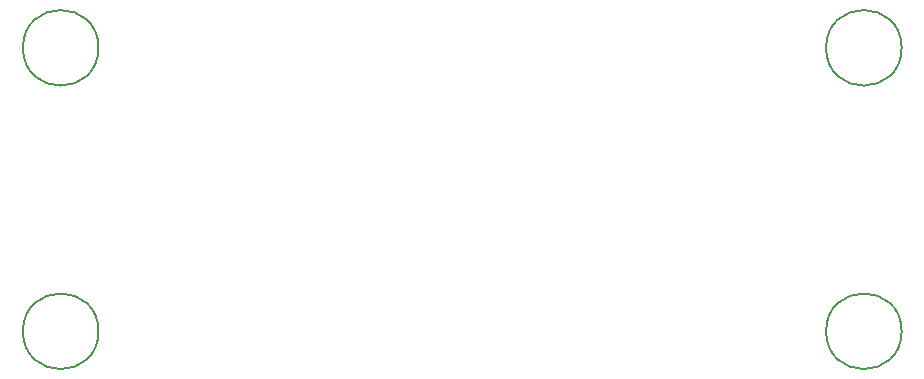
<source format=gbr>
G04 #@! TF.GenerationSoftware,KiCad,Pcbnew,8.0.1*
G04 #@! TF.CreationDate,2024-05-22T20:39:38+03:00*
G04 #@! TF.ProjectId,ESP32-C3_6_pico,45535033-322d-4433-935f-365f7069636f,rev?*
G04 #@! TF.SameCoordinates,Original*
G04 #@! TF.FileFunction,Other,Comment*
%FSLAX46Y46*%
G04 Gerber Fmt 4.6, Leading zero omitted, Abs format (unit mm)*
G04 Created by KiCad (PCBNEW 8.0.1) date 2024-05-22 20:39:38*
%MOMM*%
%LPD*%
G01*
G04 APERTURE LIST*
%ADD10C,0.150000*%
G04 APERTURE END LIST*
D10*
G04 #@! TO.C,H4*
X187200000Y-88000000D02*
G75*
G02*
X180800000Y-88000000I-3200000J0D01*
G01*
X180800000Y-88000000D02*
G75*
G02*
X187200000Y-88000000I3200000J0D01*
G01*
G04 #@! TO.C,H1*
X119200000Y-88000000D02*
G75*
G02*
X112800000Y-88000000I-3200000J0D01*
G01*
X112800000Y-88000000D02*
G75*
G02*
X119200000Y-88000000I3200000J0D01*
G01*
G04 #@! TO.C,H3*
X187200000Y-112000000D02*
G75*
G02*
X180800000Y-112000000I-3200000J0D01*
G01*
X180800000Y-112000000D02*
G75*
G02*
X187200000Y-112000000I3200000J0D01*
G01*
G04 #@! TO.C,H2*
X119200000Y-112000000D02*
G75*
G02*
X112800000Y-112000000I-3200000J0D01*
G01*
X112800000Y-112000000D02*
G75*
G02*
X119200000Y-112000000I3200000J0D01*
G01*
G04 #@! TD*
M02*

</source>
